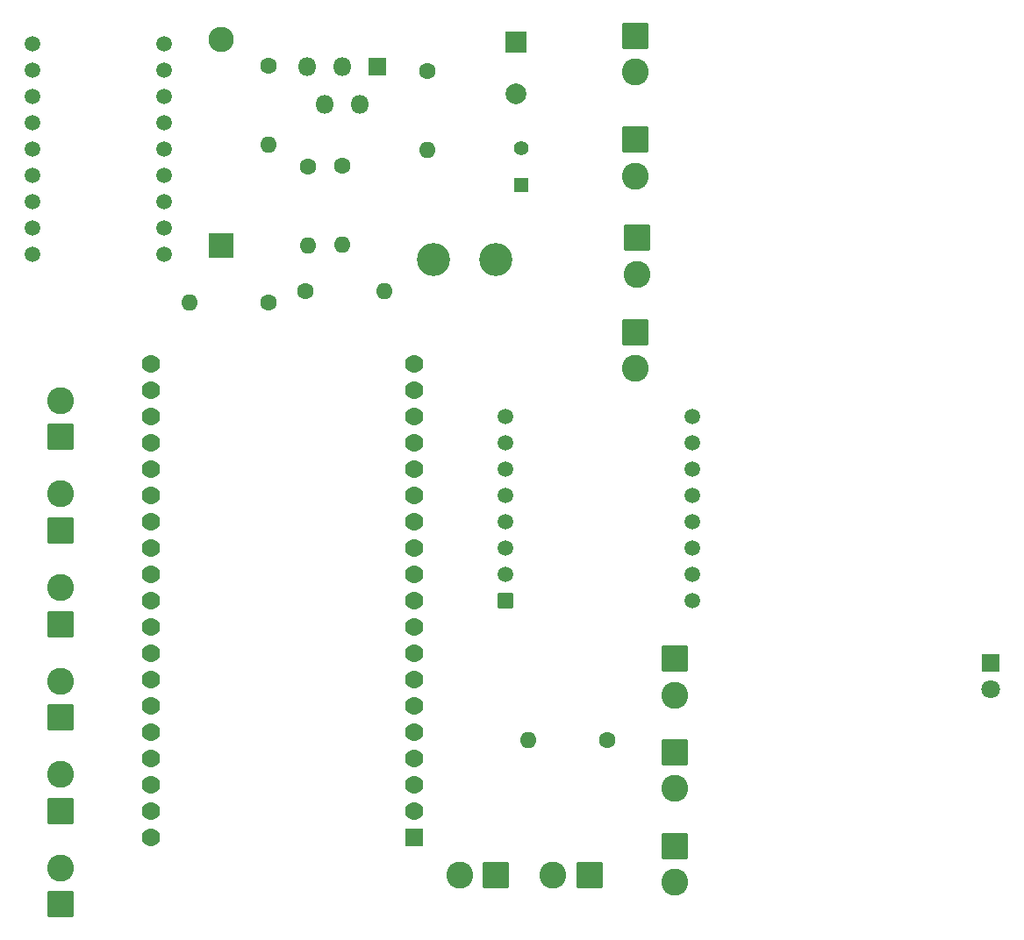
<source format=gbr>
%TF.GenerationSoftware,KiCad,Pcbnew,8.0.8*%
%TF.CreationDate,2025-04-07T11:11:10-04:00*%
%TF.ProjectId,PROTOTYPE,50524f54-4f54-4595-9045-2e6b69636164,rev?*%
%TF.SameCoordinates,Original*%
%TF.FileFunction,Soldermask,Top*%
%TF.FilePolarity,Negative*%
%FSLAX46Y46*%
G04 Gerber Fmt 4.6, Leading zero omitted, Abs format (unit mm)*
G04 Created by KiCad (PCBNEW 8.0.8) date 2025-04-07 11:11:10*
%MOMM*%
%LPD*%
G01*
G04 APERTURE LIST*
G04 Aperture macros list*
%AMRoundRect*
0 Rectangle with rounded corners*
0 $1 Rounding radius*
0 $2 $3 $4 $5 $6 $7 $8 $9 X,Y pos of 4 corners*
0 Add a 4 corners polygon primitive as box body*
4,1,4,$2,$3,$4,$5,$6,$7,$8,$9,$2,$3,0*
0 Add four circle primitives for the rounded corners*
1,1,$1+$1,$2,$3*
1,1,$1+$1,$4,$5*
1,1,$1+$1,$6,$7*
1,1,$1+$1,$8,$9*
0 Add four rect primitives between the rounded corners*
20,1,$1+$1,$2,$3,$4,$5,0*
20,1,$1+$1,$4,$5,$6,$7,0*
20,1,$1+$1,$6,$7,$8,$9,0*
20,1,$1+$1,$8,$9,$2,$3,0*%
G04 Aperture macros list end*
%ADD10C,1.600000*%
%ADD11O,1.600000X1.600000*%
%ADD12RoundRect,0.250000X1.050000X-1.050000X1.050000X1.050000X-1.050000X1.050000X-1.050000X-1.050000X0*%
%ADD13C,2.600000*%
%ADD14RoundRect,0.250000X1.050000X1.050000X-1.050000X1.050000X-1.050000X-1.050000X1.050000X-1.050000X0*%
%ADD15R,2.000000X2.000000*%
%ADD16C,2.000000*%
%ADD17RoundRect,0.102000X0.654000X0.654000X-0.654000X0.654000X-0.654000X-0.654000X0.654000X-0.654000X0*%
%ADD18C,1.512000*%
%ADD19RoundRect,0.102000X1.125000X-1.125000X1.125000X1.125000X-1.125000X1.125000X-1.125000X-1.125000X0*%
%ADD20C,2.454000*%
%ADD21RoundRect,0.102000X0.600000X-0.600000X0.600000X0.600000X-0.600000X0.600000X-0.600000X-0.600000X0*%
%ADD22C,1.404000*%
%ADD23RoundRect,0.250000X-1.050000X1.050000X-1.050000X-1.050000X1.050000X-1.050000X1.050000X1.050000X0*%
%ADD24C,3.200000*%
%ADD25C,1.500000*%
%ADD26R,1.800000X1.800000*%
%ADD27C,1.800000*%
%ADD28RoundRect,0.102000X0.780000X0.780000X-0.780000X0.780000X-0.780000X-0.780000X0.780000X-0.780000X0*%
%ADD29C,1.764000*%
%ADD30O,1.800000X1.800000*%
G04 APERTURE END LIST*
D10*
%TO.C,R7*%
X73600000Y-45740000D03*
D11*
X73600000Y-53360000D03*
%TD*%
D12*
%TO.C,J3*%
X53550000Y-108650000D03*
D13*
X53550000Y-105150000D03*
%TD*%
D10*
%TO.C,R6*%
X106260000Y-110850000D03*
D11*
X98640000Y-110850000D03*
%TD*%
D10*
%TO.C,R3*%
X77400000Y-55490000D03*
D11*
X77400000Y-63110000D03*
%TD*%
D14*
%TO.C,J14*%
X104575000Y-123882500D03*
D13*
X101075000Y-123882500D03*
%TD*%
D12*
%TO.C,J4*%
X53550000Y-99650000D03*
D13*
X53550000Y-96150000D03*
%TD*%
D15*
%TO.C,C1*%
X97500000Y-43500000D03*
D16*
X97500000Y-48500000D03*
%TD*%
D10*
%TO.C,R2-1*%
X80750000Y-55390000D03*
D11*
X80750000Y-63010000D03*
%TD*%
D12*
%TO.C,J5*%
X53550000Y-90600000D03*
D13*
X53550000Y-87100000D03*
%TD*%
D14*
%TO.C,J7*%
X95550000Y-123857500D03*
D13*
X92050000Y-123857500D03*
%TD*%
D17*
%TO.C,U1*%
X96483000Y-97390000D03*
D18*
X96483000Y-94850000D03*
X96483000Y-92310000D03*
X96483000Y-89770000D03*
X96483000Y-87230000D03*
X96483000Y-84690000D03*
X96483000Y-82150000D03*
X96483000Y-79610000D03*
X114517000Y-79610000D03*
X114517000Y-82150000D03*
X114517000Y-84690000D03*
X114517000Y-87230000D03*
X114517000Y-89770000D03*
X114517000Y-92310000D03*
X114517000Y-94850000D03*
X114517000Y-97390000D03*
%TD*%
D19*
%TO.C,D1*%
X69000000Y-63137500D03*
D20*
X69000000Y-43237500D03*
%TD*%
D21*
%TO.C,C2*%
X98000000Y-57250000D03*
D22*
X98000000Y-53750000D03*
%TD*%
D23*
%TO.C,J16*%
X112782500Y-121100000D03*
D13*
X112782500Y-124600000D03*
%TD*%
D24*
%TO.C,L1*%
X95500000Y-64500000D03*
X89500000Y-64500000D03*
%TD*%
D23*
%TO.C,J8*%
X112800000Y-112050000D03*
D13*
X112800000Y-115550000D03*
%TD*%
D10*
%TO.C,R2*%
X73610000Y-68600000D03*
D11*
X65990000Y-68600000D03*
%TD*%
D10*
%TO.C,R1*%
X88900000Y-46290000D03*
D11*
X88900000Y-53910000D03*
%TD*%
D23*
%TO.C,J13*%
X109175000Y-62375000D03*
D13*
X109175000Y-65875000D03*
%TD*%
D25*
%TO.C,EYESPI_18IN_BREAKOUT_BOARD1*%
X63500000Y-63920000D03*
X63500000Y-61380000D03*
X63500000Y-58840000D03*
X63500000Y-56300000D03*
X63500000Y-53760000D03*
X63500000Y-51220000D03*
X63500000Y-48680000D03*
X63500000Y-46140000D03*
X63500000Y-43600000D03*
X50800000Y-43600000D03*
X50800000Y-46140000D03*
X50800000Y-48680000D03*
X50800000Y-51220000D03*
X50800000Y-53760000D03*
X50800000Y-56300000D03*
X50800000Y-58840000D03*
X50800000Y-61380000D03*
X50800000Y-63920000D03*
%TD*%
D26*
%TO.C,D2*%
X143275000Y-103405000D03*
D27*
X143275000Y-105945000D03*
%TD*%
D28*
%TO.C,U3*%
X87700000Y-120260000D03*
D29*
X87700000Y-117720000D03*
X87700000Y-115180000D03*
X87700000Y-112640000D03*
X87700000Y-110100000D03*
X87700000Y-107560000D03*
X87700000Y-105020000D03*
X87700000Y-102480000D03*
X87700000Y-99940000D03*
X87700000Y-97400000D03*
X87700000Y-94860000D03*
X87700000Y-92320000D03*
X87700000Y-89780000D03*
X87700000Y-87240000D03*
X87700000Y-84700000D03*
X87700000Y-82160000D03*
X87700000Y-79620000D03*
X87700000Y-77080000D03*
X87700000Y-74540000D03*
X62300000Y-120260000D03*
X62300000Y-117720000D03*
X62300000Y-115180000D03*
X62300000Y-112640000D03*
X62300000Y-110100000D03*
X62300000Y-107560000D03*
X62300000Y-105020000D03*
X62300000Y-102480000D03*
X62300000Y-99940000D03*
X62300000Y-97400000D03*
X62300000Y-94860000D03*
X62300000Y-92320000D03*
X62300000Y-89780000D03*
X62300000Y-87240000D03*
X62300000Y-84700000D03*
X62300000Y-82160000D03*
X62300000Y-79620000D03*
X62300000Y-77080000D03*
X62300000Y-74540000D03*
%TD*%
D23*
%TO.C,J10*%
X112800000Y-103000000D03*
D13*
X112800000Y-106500000D03*
%TD*%
D10*
%TO.C,R2-2*%
X77200000Y-67550000D03*
D11*
X84820000Y-67550000D03*
%TD*%
D23*
%TO.C,J12*%
X108965000Y-52900000D03*
D13*
X108965000Y-56400000D03*
%TD*%
D12*
%TO.C,J6*%
X53550000Y-81600000D03*
D13*
X53550000Y-78100000D03*
%TD*%
D23*
%TO.C,J15*%
X109000000Y-71500000D03*
D13*
X109000000Y-75000000D03*
%TD*%
D26*
%TO.C,U2*%
X84100000Y-45800000D03*
D30*
X82400000Y-49500000D03*
X80700000Y-45800000D03*
X79000000Y-49500000D03*
X77300000Y-45800000D03*
%TD*%
D12*
%TO.C,J1*%
X53550000Y-126700000D03*
D13*
X53550000Y-123200000D03*
%TD*%
D23*
%TO.C,J11*%
X108965000Y-42850000D03*
D13*
X108965000Y-46350000D03*
%TD*%
D12*
%TO.C,J2*%
X53550000Y-117700000D03*
D13*
X53550000Y-114200000D03*
%TD*%
M02*

</source>
